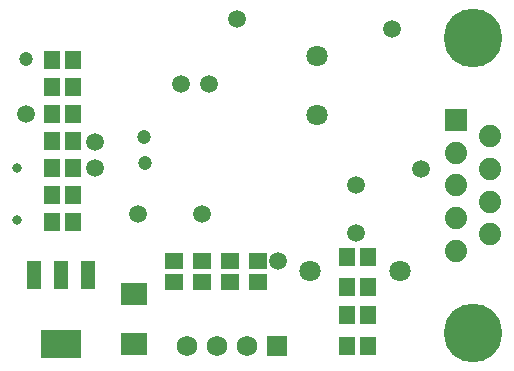
<source format=gbr>
G04 This is an RS-274x file exported by *
G04 gerbv version 2.6A *
G04 More information is available about gerbv at *
G04 http://gerbv.geda-project.org/ *
G04 --End of header info--*
%MOIN*%
%FSLAX34Y34*%
%IPPOS*%
G04 --Define apertures--*
%ADD10R,0.0612X0.0533*%
%ADD11R,0.0533X0.0612*%
%ADD12C,0.0710*%
%ADD13C,0.0474*%
%ADD14C,0.0745*%
%ADD15R,0.0745X0.0745*%
%ADD16C,0.1954*%
%ADD17C,0.0680*%
%ADD18R,0.0680X0.0680*%
%ADD19C,0.0316*%
%ADD20C,0.0592*%
%ADD21R,0.0474X0.0926*%
%ADD22R,0.1359X0.0926*%
%ADD23R,0.0867X0.0749*%
G04 --Start main section--*
G54D10*
G01X0023612Y0018228D03*
G01X0023612Y0017539D03*
G01X0024541Y0018228D03*
G01X0024541Y0017539D03*
G01X0025469Y0017539D03*
G01X0025469Y0018228D03*
G01X0026398Y0017539D03*
G01X0026398Y0018228D03*
G54D11*
G01X0020236Y0024921D03*
G01X0019547Y0024921D03*
G01X0020236Y0024022D03*
G01X0019547Y0024022D03*
G01X0020236Y0023123D03*
G01X0019547Y0023123D03*
G01X0020236Y0022224D03*
G01X0019547Y0022224D03*
G01X0020236Y0021326D03*
G01X0019547Y0021326D03*
G01X0020236Y0020427D03*
G01X0019547Y0020427D03*
G01X0020236Y0019528D03*
G01X0019547Y0019528D03*
G01X0029380Y0015404D03*
G01X0030069Y0015404D03*
G01X0029380Y0016408D03*
G01X0030069Y0016408D03*
G01X0029380Y0017352D03*
G01X0030069Y0017352D03*
G01X0029380Y0018366D03*
G01X0030069Y0018366D03*
G54D12*
G01X0028156Y0017884D03*
G01X0031156Y0017884D03*
G01X0028386Y0025059D03*
G01X0028386Y0023091D03*
G54D13*
G01X0018691Y0024951D03*
G01X0022638Y0021476D03*
G01X0022628Y0022352D03*
G54D14*
G01X0033014Y0018567D03*
G01X0034132Y0019112D03*
G01X0033014Y0019658D03*
G01X0034132Y0020203D03*
G01X0033014Y0020748D03*
G01X0034132Y0021293D03*
G01X0033014Y0021839D03*
G01X0034132Y0022384D03*
G54D15*
G01X0033014Y0022929D03*
G54D16*
G01X0033573Y0025667D03*
G01X0033573Y0015829D03*
G54D17*
G01X0025034Y0015394D03*
G01X0026034Y0015394D03*
G01X0024034Y0015394D03*
G54D18*
G01X0027034Y0015394D03*
G54D19*
G01X0018378Y0019584D03*
G01X0018378Y0021316D03*
G54D20*
G01X0022402Y0019793D03*
G01X0029675Y0019154D03*
G01X0024557Y0019784D03*
G01X0027077Y0018228D03*
G01X0020974Y0021329D03*
G01X0024774Y0024124D03*
G01X0020974Y0022195D03*
G01X0029675Y0020758D03*
G01X0031831Y0021279D03*
G01X0030866Y0025955D03*
G01X0025719Y0026279D03*
G01X0023848Y0024124D03*
G01X0018691Y0023130D03*
G54D21*
G01X0018947Y0017746D03*
G01X0019852Y0017746D03*
G01X0020758Y0017746D03*
G54D22*
G01X0019852Y0015443D03*
G54D23*
G01X0022274Y0017136D03*
G01X0022274Y0015443D03*
M02*

</source>
